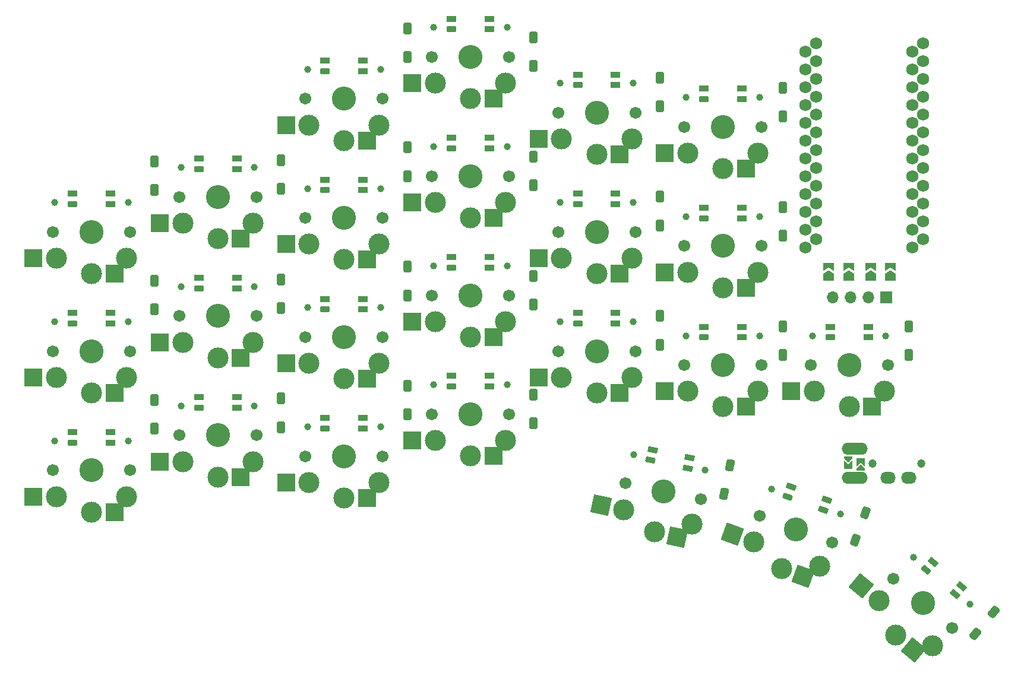
<source format=gbs>
G04 #@! TF.GenerationSoftware,KiCad,Pcbnew,6.0.11-3.fc36*
G04 #@! TF.CreationDate,2023-02-22T18:11:36-05:00*
G04 #@! TF.ProjectId,kb40,6b623430-2e6b-4696-9361-645f70636258,rev?*
G04 #@! TF.SameCoordinates,Original*
G04 #@! TF.FileFunction,Soldermask,Bot*
G04 #@! TF.FilePolarity,Negative*
%FSLAX46Y46*%
G04 Gerber Fmt 4.6, Leading zero omitted, Abs format (unit mm)*
G04 Created by KiCad (PCBNEW 6.0.11-3.fc36) date 2023-02-22 18:11:36*
%MOMM*%
%LPD*%
G01*
G04 APERTURE LIST*
G04 Aperture macros list*
%AMRoundRect*
0 Rectangle with rounded corners*
0 $1 Rounding radius*
0 $2 $3 $4 $5 $6 $7 $8 $9 X,Y pos of 4 corners*
0 Add a 4 corners polygon primitive as box body*
4,1,4,$2,$3,$4,$5,$6,$7,$8,$9,$2,$3,0*
0 Add four circle primitives for the rounded corners*
1,1,$1+$1,$2,$3*
1,1,$1+$1,$4,$5*
1,1,$1+$1,$6,$7*
1,1,$1+$1,$8,$9*
0 Add four rect primitives between the rounded corners*
20,1,$1+$1,$2,$3,$4,$5,0*
20,1,$1+$1,$4,$5,$6,$7,0*
20,1,$1+$1,$6,$7,$8,$9,0*
20,1,$1+$1,$8,$9,$2,$3,0*%
%AMRotRect*
0 Rectangle, with rotation*
0 The origin of the aperture is its center*
0 $1 length*
0 $2 width*
0 $3 Rotation angle, in degrees counterclockwise*
0 Add horizontal line*
21,1,$1,$2,0,0,$3*%
%AMFreePoly0*
4,1,6,0.600000,0.200000,0.000000,-0.400000,-0.600000,0.200000,-0.600000,0.500000,0.600000,0.500000,0.600000,0.200000,0.600000,0.200000,$1*%
%AMFreePoly1*
4,1,6,0.600000,-0.250000,-0.600000,-0.250000,-0.600000,1.000000,0.000000,0.400000,0.600000,1.000000,0.600000,-0.250000,0.600000,-0.250000,$1*%
%AMFreePoly2*
4,1,6,1.000000,0.000000,0.500000,-0.750000,-0.500000,-0.750000,-0.500000,0.750000,0.500000,0.750000,1.000000,0.000000,1.000000,0.000000,$1*%
%AMFreePoly3*
4,1,6,0.500000,-0.750000,-0.650000,-0.750000,-0.150000,0.000000,-0.650000,0.750000,0.500000,0.750000,0.500000,-0.750000,0.500000,-0.750000,$1*%
G04 Aperture macros list end*
%ADD10C,1.701800*%
%ADD11C,3.000000*%
%ADD12C,0.990600*%
%ADD13C,3.429000*%
%ADD14R,2.600000X2.600000*%
%ADD15RoundRect,0.300000X0.124041X0.614544X-0.583668X-0.228871X-0.124041X-0.614544X0.583668X0.228871X0*%
%ADD16RoundRect,0.300000X-0.300000X0.550500X-0.300000X-0.550500X0.300000X-0.550500X0.300000X0.550500X0*%
%ADD17R,1.400000X0.820000*%
%ADD18RoundRect,0.205000X0.495000X0.205000X-0.495000X0.205000X-0.495000X-0.205000X0.495000X-0.205000X0*%
%ADD19RotRect,2.600000X2.600000X340.000000*%
%ADD20RoundRect,0.300000X-0.178989X0.600844X-0.407900X-0.476097X0.178989X-0.600844X0.407900X0.476097X0*%
%ADD21R,1.700000X1.700000*%
%ADD22O,1.700000X1.700000*%
%ADD23RotRect,2.600000X2.600000X320.000000*%
%ADD24RoundRect,0.300000X-0.093626X0.619907X-0.470190X-0.414695X0.093626X-0.619907X0.470190X0.414695X0*%
%ADD25RotRect,2.600000X2.600000X348.000000*%
%ADD26RotRect,1.400000X0.820000X140.000000*%
%ADD27RoundRect,0.205000X0.510963X-0.161141X-0.247421X0.475219X-0.510963X0.161141X0.247421X-0.475219X0*%
%ADD28RotRect,1.400000X0.820000X168.000000*%
%ADD29RoundRect,0.205000X0.526805X0.097604X-0.441561X0.303437X-0.526805X-0.097604X0.441561X-0.303437X0*%
%ADD30C,1.752600*%
%ADD31FreePoly0,180.000000*%
%ADD32O,3.700000X1.700000*%
%ADD33C,1.200000*%
%ADD34FreePoly0,0.000000*%
%ADD35FreePoly1,0.000000*%
%ADD36O,2.200000X1.700000*%
%ADD37FreePoly1,180.000000*%
%ADD38RotRect,1.400000X0.820000X160.000000*%
%ADD39RoundRect,0.205000X0.535262X0.023337X-0.395034X0.361937X-0.535262X-0.023337X0.395034X-0.361937X0*%
%ADD40FreePoly2,90.000000*%
%ADD41FreePoly3,90.000000*%
G04 APERTURE END LIST*
D10*
X140000000Y-61500000D03*
D11*
X145500000Y-67450000D03*
D12*
X140280000Y-57300000D03*
D11*
X140500000Y-65250000D03*
D10*
X151000000Y-61500000D03*
D13*
X145500000Y-61500000D03*
D12*
X150720000Y-57300000D03*
D11*
X150500000Y-65250000D03*
D14*
X148775000Y-67450000D03*
X137225000Y-65250000D03*
D15*
X202068357Y-132678843D03*
X199431643Y-135821157D03*
D16*
X136500000Y-101699000D03*
X136500000Y-105801000D03*
D11*
X168500000Y-84250000D03*
D10*
X169000000Y-80500000D03*
D13*
X163500000Y-80500000D03*
D12*
X158280000Y-76300000D03*
D11*
X158500000Y-84250000D03*
D10*
X158000000Y-80500000D03*
D11*
X163500000Y-86450000D03*
D12*
X168720000Y-76300000D03*
D14*
X166775000Y-86450000D03*
X155225000Y-84250000D03*
D13*
X109500000Y-59500000D03*
D12*
X114720000Y-55300000D03*
D10*
X104000000Y-59500000D03*
D12*
X104280000Y-55300000D03*
D11*
X109500000Y-65450000D03*
X104500000Y-63250000D03*
X114500000Y-63250000D03*
D10*
X115000000Y-59500000D03*
D14*
X112775000Y-65450000D03*
X101225000Y-63250000D03*
D17*
X94200000Y-68050000D03*
X88800000Y-68050000D03*
D18*
X88800000Y-69550000D03*
D17*
X94200000Y-69550000D03*
D11*
X91500000Y-113450000D03*
X96500000Y-111250000D03*
X86500000Y-111250000D03*
D13*
X91500000Y-107500000D03*
D10*
X97000000Y-107500000D03*
D12*
X96720000Y-103300000D03*
X86280000Y-103300000D03*
D10*
X86000000Y-107500000D03*
D14*
X94775000Y-113450000D03*
X83225000Y-111250000D03*
D17*
X148200000Y-56050000D03*
X142800000Y-56050000D03*
D18*
X142800000Y-57550000D03*
D17*
X148200000Y-57550000D03*
X94200000Y-85050000D03*
X88800000Y-85050000D03*
D18*
X88800000Y-86550000D03*
D17*
X94200000Y-86550000D03*
X148200000Y-73050000D03*
X142800000Y-73050000D03*
D18*
X142800000Y-74550000D03*
D17*
X148200000Y-74550000D03*
D10*
X179060815Y-122797666D03*
D12*
X170423795Y-115184501D03*
D11*
X171857486Y-126507726D03*
D12*
X180234186Y-118755191D03*
D13*
X173892506Y-120916555D03*
D11*
X177308394Y-126150503D03*
X167911467Y-122730302D03*
D10*
X168724197Y-119035444D03*
D19*
X174934979Y-127627842D03*
X164833974Y-121610186D03*
D16*
X82500000Y-68449000D03*
X82500000Y-72551000D03*
D11*
X109500000Y-116450000D03*
D12*
X104280000Y-106300000D03*
D10*
X115000000Y-110500000D03*
D12*
X114720000Y-106300000D03*
D10*
X104000000Y-110500000D03*
D11*
X104500000Y-114250000D03*
D13*
X109500000Y-110500000D03*
D11*
X114500000Y-114250000D03*
D14*
X112775000Y-116450000D03*
X101225000Y-114250000D03*
D16*
X118500000Y-66449000D03*
X118500000Y-70551000D03*
X172000000Y-74949000D03*
X172000000Y-79051000D03*
D17*
X112200000Y-54050000D03*
X106800000Y-54050000D03*
D18*
X106800000Y-55550000D03*
D17*
X112200000Y-55550000D03*
D20*
X164468373Y-111837552D03*
X163615519Y-115849914D03*
D17*
X130200000Y-65100000D03*
X124800000Y-65100000D03*
D18*
X124800000Y-66600000D03*
D17*
X130200000Y-66600000D03*
D10*
X97000000Y-73500000D03*
D12*
X86280000Y-69300000D03*
D11*
X91500000Y-79450000D03*
X96500000Y-77250000D03*
D12*
X96720000Y-69300000D03*
D11*
X86500000Y-77250000D03*
D10*
X86000000Y-73500000D03*
D13*
X91500000Y-73500000D03*
D14*
X94775000Y-79450000D03*
X83225000Y-77250000D03*
D17*
X130200000Y-48100000D03*
X124800000Y-48100000D03*
D18*
X124800000Y-49600000D03*
D17*
X130200000Y-49600000D03*
X76200000Y-107050000D03*
X70800000Y-107050000D03*
D18*
X70800000Y-108550000D03*
D17*
X76200000Y-108550000D03*
D12*
X150720000Y-91300000D03*
D13*
X145500000Y-95500000D03*
D10*
X151000000Y-95500000D03*
D11*
X140500000Y-99250000D03*
D10*
X140000000Y-95500000D03*
D11*
X150500000Y-99250000D03*
D12*
X140280000Y-91300000D03*
D11*
X145500000Y-101450000D03*
D14*
X148775000Y-101450000D03*
X137225000Y-99250000D03*
D21*
X186800000Y-87825000D03*
D22*
X184260000Y-87825000D03*
X181720000Y-87825000D03*
X179180000Y-87825000D03*
D16*
X154500000Y-56481500D03*
X154500000Y-60583500D03*
D10*
X115000000Y-76500000D03*
D12*
X104280000Y-72300000D03*
D11*
X104500000Y-80250000D03*
D12*
X114720000Y-72300000D03*
D11*
X109500000Y-82450000D03*
D10*
X104000000Y-76500000D03*
D13*
X109500000Y-76500000D03*
D11*
X114500000Y-80250000D03*
D14*
X112775000Y-82450000D03*
X101225000Y-80250000D03*
D16*
X100500000Y-85268000D03*
X100500000Y-89370000D03*
D10*
X133000000Y-104500000D03*
D12*
X122280000Y-100300000D03*
X132720000Y-100300000D03*
D11*
X122500000Y-108250000D03*
D10*
X122000000Y-104500000D03*
D13*
X127500000Y-104500000D03*
D11*
X132500000Y-108250000D03*
X127500000Y-110450000D03*
D14*
X130775000Y-110450000D03*
X119225000Y-108250000D03*
D17*
X112200000Y-88050000D03*
X106800000Y-88050000D03*
D18*
X106800000Y-89550000D03*
D17*
X112200000Y-89550000D03*
D11*
X122500000Y-91300000D03*
X127500000Y-93500000D03*
X132500000Y-91300000D03*
D10*
X133000000Y-87550000D03*
D12*
X132720000Y-83350000D03*
D10*
X122000000Y-87550000D03*
D12*
X122280000Y-83350000D03*
D13*
X127500000Y-87550000D03*
D14*
X130775000Y-93500000D03*
X119225000Y-91300000D03*
D16*
X154500000Y-90481500D03*
X154500000Y-94583500D03*
X82500000Y-85449000D03*
X82500000Y-89551000D03*
D17*
X148200000Y-90050000D03*
X142800000Y-90050000D03*
D18*
X142800000Y-91550000D03*
D17*
X148200000Y-91550000D03*
D16*
X136500000Y-67749000D03*
X136500000Y-71851000D03*
D17*
X184200000Y-92050000D03*
X178800000Y-92050000D03*
D18*
X178800000Y-93550000D03*
D17*
X184200000Y-93550000D03*
D16*
X118500000Y-49449000D03*
X118500000Y-53551000D03*
X118500000Y-83449000D03*
X118500000Y-87551000D03*
X118500000Y-100449000D03*
X118500000Y-104551000D03*
D13*
X191988865Y-131467462D03*
D12*
X198687325Y-131605427D03*
D11*
X185748189Y-131126191D03*
D12*
X190689821Y-124894724D03*
D11*
X193408634Y-137554067D03*
D10*
X196202109Y-135002794D03*
D11*
X188164279Y-136025426D03*
D10*
X187775621Y-127932130D03*
D23*
X190673074Y-138130556D03*
X183239394Y-129021061D03*
D24*
X183778447Y-118607492D03*
X182375481Y-122462112D03*
D12*
X68280000Y-108300000D03*
D11*
X68500000Y-116250000D03*
D10*
X68000000Y-112500000D03*
D11*
X73500000Y-118450000D03*
X78500000Y-116250000D03*
D13*
X73500000Y-112500000D03*
D10*
X79000000Y-112500000D03*
D12*
X78720000Y-108300000D03*
D14*
X76775000Y-118450000D03*
X65225000Y-116250000D03*
D16*
X136500000Y-84749000D03*
X136500000Y-88851000D03*
D17*
X166200000Y-92050000D03*
X160800000Y-92050000D03*
D18*
X160800000Y-93550000D03*
D17*
X166200000Y-93550000D03*
X112200000Y-105050000D03*
X106800000Y-105050000D03*
D18*
X106800000Y-106550000D03*
D17*
X112200000Y-106550000D03*
D10*
X133000000Y-70550000D03*
D11*
X132500000Y-74300000D03*
D12*
X132720000Y-66350000D03*
D13*
X127500000Y-70550000D03*
D10*
X122000000Y-70550000D03*
D11*
X122500000Y-74300000D03*
D12*
X122280000Y-66350000D03*
D11*
X127500000Y-76500000D03*
D14*
X130775000Y-76500000D03*
X119225000Y-74300000D03*
D11*
X73500000Y-84450000D03*
X78500000Y-82250000D03*
D12*
X78720000Y-74300000D03*
D10*
X79000000Y-78500000D03*
X68000000Y-78500000D03*
D13*
X73500000Y-78500000D03*
D12*
X68280000Y-74300000D03*
D11*
X68500000Y-82250000D03*
D14*
X76775000Y-84450000D03*
X65225000Y-82250000D03*
D16*
X172000000Y-57949000D03*
X172000000Y-62051000D03*
D13*
X145500000Y-78500000D03*
D12*
X150720000Y-74300000D03*
X140280000Y-74300000D03*
D10*
X140000000Y-78500000D03*
D11*
X150500000Y-82250000D03*
X145500000Y-84450000D03*
X140500000Y-82250000D03*
D10*
X151000000Y-78500000D03*
D14*
X148775000Y-84450000D03*
X137225000Y-82250000D03*
D12*
X150767299Y-110306481D03*
X160979160Y-112477079D03*
D11*
X153762925Y-121319978D03*
D10*
X160379812Y-116643514D03*
D13*
X155000000Y-115500000D03*
D11*
X149329593Y-118128495D03*
X159111069Y-120207612D03*
D10*
X149620188Y-114356486D03*
D25*
X156966359Y-122000889D03*
X146126160Y-117447584D03*
D17*
X112200000Y-71050000D03*
X106800000Y-71050000D03*
D18*
X106800000Y-72550000D03*
D17*
X112200000Y-72550000D03*
X130200000Y-99050000D03*
X124800000Y-99050000D03*
D18*
X124800000Y-100550000D03*
D17*
X130200000Y-100550000D03*
D11*
X163500000Y-69450000D03*
X168500000Y-67250000D03*
D10*
X158000000Y-63500000D03*
X169000000Y-63500000D03*
D12*
X168720000Y-59300000D03*
D11*
X158500000Y-67250000D03*
D12*
X158280000Y-59300000D03*
D13*
X163500000Y-63500000D03*
D14*
X166775000Y-69450000D03*
X155225000Y-67250000D03*
D12*
X104280000Y-89300000D03*
X114720000Y-89300000D03*
D10*
X104000000Y-93500000D03*
X115000000Y-93500000D03*
D13*
X109500000Y-93500000D03*
D11*
X109500000Y-99450000D03*
X114500000Y-97250000D03*
X104500000Y-97250000D03*
D14*
X112775000Y-99450000D03*
X101225000Y-97250000D03*
D26*
X197560379Y-129028046D03*
X193423739Y-125556993D03*
D27*
X192459557Y-126706060D03*
D26*
X196596197Y-130177113D03*
D17*
X76200000Y-90050000D03*
X70800000Y-90050000D03*
D18*
X70800000Y-91550000D03*
D17*
X76200000Y-91550000D03*
D28*
X158774117Y-110730457D03*
X153492120Y-109607734D03*
D29*
X153180253Y-111074955D03*
D28*
X158462250Y-112197678D03*
D16*
X190000000Y-91949000D03*
X190000000Y-96051000D03*
D30*
X176784000Y-51562000D03*
X190500000Y-52802000D03*
X176784000Y-54102000D03*
X190500000Y-55342000D03*
X176784000Y-56642000D03*
X190500000Y-57882000D03*
X190500000Y-60422000D03*
X176784000Y-59182000D03*
X176784000Y-61722000D03*
X190500000Y-62962000D03*
X176784000Y-64262000D03*
X190500000Y-65502000D03*
X176784000Y-66802000D03*
X190500000Y-68042000D03*
X190500000Y-70582000D03*
X176784000Y-69342000D03*
X190500000Y-73122000D03*
X176784000Y-71882000D03*
X176784000Y-74422000D03*
X190500000Y-75662000D03*
X190500000Y-78202000D03*
X176784000Y-76962000D03*
X176784000Y-79502000D03*
X190500000Y-80742000D03*
X192024000Y-79502000D03*
X175260000Y-80742000D03*
X175260000Y-78202000D03*
X192024000Y-76962000D03*
X192024000Y-74422000D03*
X175260000Y-75662000D03*
X175260000Y-73122000D03*
X192024000Y-71882000D03*
X175260000Y-70582000D03*
X192024000Y-69342000D03*
X192024000Y-66802000D03*
X175260000Y-68042000D03*
X192024000Y-64262000D03*
X175260000Y-65502000D03*
X192024000Y-61722000D03*
X175260000Y-62962000D03*
X192024000Y-59182000D03*
X175260000Y-60422000D03*
X192024000Y-56642000D03*
X175260000Y-57882000D03*
X175260000Y-55342000D03*
X192024000Y-54102000D03*
X175260000Y-52802000D03*
X192024000Y-51562000D03*
D13*
X127500000Y-53550000D03*
D11*
X132500000Y-57300000D03*
D10*
X122000000Y-53550000D03*
X133000000Y-53550000D03*
D11*
X122500000Y-57300000D03*
X127500000Y-59500000D03*
D12*
X122280000Y-49350000D03*
X132720000Y-49350000D03*
D14*
X130775000Y-59500000D03*
X119225000Y-57300000D03*
D17*
X166200000Y-75050000D03*
X160800000Y-75050000D03*
D18*
X160800000Y-76550000D03*
D17*
X166200000Y-76550000D03*
D31*
X183134000Y-112014000D03*
D32*
X182244000Y-109406000D03*
X182244000Y-113606000D03*
D33*
X191794000Y-111506000D03*
X184794000Y-111506000D03*
D34*
X181356000Y-110998000D03*
D35*
X181356000Y-112014000D03*
D36*
X189994000Y-113606000D03*
X186994000Y-113606000D03*
D37*
X183134000Y-110998000D03*
D16*
X100500000Y-68268000D03*
X100500000Y-72370000D03*
D10*
X79000000Y-95500000D03*
D13*
X73500000Y-95500000D03*
D11*
X68500000Y-99250000D03*
X78500000Y-99250000D03*
D12*
X68280000Y-91300000D03*
D11*
X73500000Y-101450000D03*
D10*
X68000000Y-95500000D03*
D12*
X78720000Y-91300000D03*
D14*
X76775000Y-101450000D03*
X65225000Y-99250000D03*
D16*
X82500000Y-102449000D03*
X82500000Y-106551000D03*
D17*
X76200000Y-73050000D03*
X70800000Y-73050000D03*
D18*
X70800000Y-74550000D03*
D17*
X76200000Y-74550000D03*
D11*
X91500000Y-96450000D03*
D13*
X91500000Y-90500000D03*
D11*
X96500000Y-94250000D03*
D12*
X96720000Y-86300000D03*
D10*
X97000000Y-90500000D03*
X86000000Y-90500000D03*
D12*
X86280000Y-86300000D03*
D11*
X86500000Y-94250000D03*
D14*
X94775000Y-96450000D03*
X83225000Y-94250000D03*
D17*
X130200000Y-82100000D03*
X124800000Y-82100000D03*
D18*
X124800000Y-83600000D03*
D17*
X130200000Y-83600000D03*
X94200000Y-102050000D03*
X88800000Y-102050000D03*
D18*
X88800000Y-103550000D03*
D17*
X94200000Y-103550000D03*
D16*
X154500000Y-73481500D03*
X154500000Y-77583500D03*
D17*
X166200000Y-58050000D03*
X160800000Y-58050000D03*
D18*
X160800000Y-59550000D03*
D17*
X166200000Y-59550000D03*
D16*
X100500000Y-102268000D03*
X100500000Y-106370000D03*
D38*
X178293685Y-116718685D03*
X173219345Y-114871776D03*
D39*
X172706315Y-116281315D03*
D38*
X177780655Y-118128224D03*
D16*
X136500000Y-50749000D03*
X136500000Y-54851000D03*
D11*
X168500000Y-101250000D03*
D12*
X168720000Y-93300000D03*
D10*
X158000000Y-97500000D03*
D12*
X158280000Y-93300000D03*
D11*
X158500000Y-101250000D03*
D13*
X163500000Y-97500000D03*
D10*
X169000000Y-97500000D03*
D11*
X163500000Y-103450000D03*
D14*
X166775000Y-103450000D03*
X155225000Y-101250000D03*
D16*
X172000000Y-91949000D03*
X172000000Y-96051000D03*
D12*
X176280000Y-93300000D03*
X186720000Y-93300000D03*
D11*
X181500000Y-103450000D03*
D13*
X181500000Y-97500000D03*
D11*
X176500000Y-101250000D03*
X186500000Y-101250000D03*
D10*
X187000000Y-97500000D03*
X176000000Y-97500000D03*
D14*
X184775000Y-103450000D03*
X173225000Y-101250000D03*
D40*
X184600000Y-84925000D03*
D41*
X184600000Y-83475000D03*
D40*
X187400000Y-84925000D03*
D41*
X187400000Y-83475000D03*
D40*
X178600000Y-84925000D03*
D41*
X178600000Y-83475000D03*
D40*
X181400000Y-84925000D03*
D41*
X181400000Y-83475000D03*
M02*

</source>
